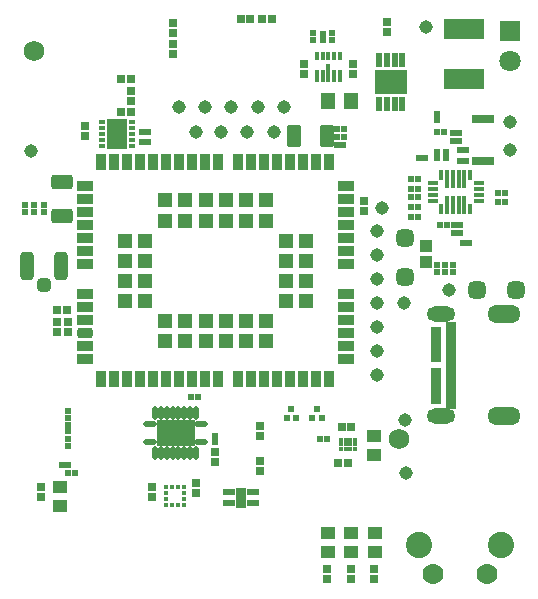
<source format=gts>
G04*
G04 #@! TF.GenerationSoftware,Altium Limited,Altium Designer,20.0.1 (14)*
G04*
G04 Layer_Color=8388736*
%FSLAX44Y44*%
%MOMM*%
G71*
G01*
G75*
%ADD68R,0.7332X0.7532*%
%ADD69R,0.9032X1.3532*%
G04:AMPARAMS|DCode=70|XSize=2.4032mm|YSize=1.1532mm|CornerRadius=0.3391mm|HoleSize=0mm|Usage=FLASHONLY|Rotation=90.000|XOffset=0mm|YOffset=0mm|HoleType=Round|Shape=RoundedRectangle|*
%AMROUNDEDRECTD70*
21,1,2.4032,0.4750,0,0,90.0*
21,1,1.7250,1.1532,0,0,90.0*
1,1,0.6782,0.2375,0.8625*
1,1,0.6782,0.2375,-0.8625*
1,1,0.6782,-0.2375,-0.8625*
1,1,0.6782,-0.2375,0.8625*
%
%ADD70ROUNDEDRECTD70*%
G04:AMPARAMS|DCode=71|XSize=1.1532mm|YSize=1.1532mm|CornerRadius=0.3391mm|HoleSize=0mm|Usage=FLASHONLY|Rotation=0.000|XOffset=0mm|YOffset=0mm|HoleType=Round|Shape=RoundedRectangle|*
%AMROUNDEDRECTD71*
21,1,1.1532,0.4750,0,0,0.0*
21,1,0.4750,1.1532,0,0,0.0*
1,1,0.6782,0.2375,-0.2375*
1,1,0.6782,-0.2375,-0.2375*
1,1,0.6782,-0.2375,0.2375*
1,1,0.6782,0.2375,0.2375*
%
%ADD71ROUNDEDRECTD71*%
%ADD72R,3.4032X1.7032*%
%ADD73R,1.8532X0.7032*%
%ADD74R,0.5032X0.6032*%
%ADD75R,0.6032X0.5032*%
%ADD76R,0.4532X0.9032*%
%ADD77R,0.4532X1.6032*%
%ADD78R,0.9032X0.4532*%
G04:AMPARAMS|DCode=79|XSize=1.4732mm|YSize=1.4732mm|CornerRadius=0.4191mm|HoleSize=0mm|Usage=FLASHONLY|Rotation=270.000|XOffset=0mm|YOffset=0mm|HoleType=Round|Shape=RoundedRectangle|*
%AMROUNDEDRECTD79*
21,1,1.4732,0.6350,0,0,270.0*
21,1,0.6350,1.4732,0,0,270.0*
1,1,0.8382,-0.3175,-0.3175*
1,1,0.8382,-0.3175,0.3175*
1,1,0.8382,0.3175,0.3175*
1,1,0.8382,0.3175,-0.3175*
%
%ADD79ROUNDEDRECTD79*%
G04:AMPARAMS|DCode=80|XSize=1.4732mm|YSize=1.4732mm|CornerRadius=0.4191mm|HoleSize=0mm|Usage=FLASHONLY|Rotation=180.000|XOffset=0mm|YOffset=0mm|HoleType=Round|Shape=RoundedRectangle|*
%AMROUNDEDRECTD80*
21,1,1.4732,0.6350,0,0,180.0*
21,1,0.6350,1.4732,0,0,180.0*
1,1,0.8382,-0.3175,0.3175*
1,1,0.8382,0.3175,0.3175*
1,1,0.8382,0.3175,-0.3175*
1,1,0.8382,-0.3175,-0.3175*
%
%ADD80ROUNDEDRECTD80*%
%ADD81R,1.1032X1.1032*%
%ADD82R,0.9032X1.2032*%
%ADD83R,0.9032X0.5032*%
%ADD84R,1.2032X1.4532*%
%ADD85R,0.4532X1.1032*%
%ADD86R,0.4532X1.5032*%
%ADD87R,0.4532X0.8032*%
G04:AMPARAMS|DCode=88|XSize=1.2632mm|YSize=1.9232mm|CornerRadius=0.3507mm|HoleSize=0mm|Usage=FLASHONLY|Rotation=0.000|XOffset=0mm|YOffset=0mm|HoleType=Round|Shape=RoundedRectangle|*
%AMROUNDEDRECTD88*
21,1,1.2632,1.2218,0,0,0.0*
21,1,0.5618,1.9232,0,0,0.0*
1,1,0.7014,0.2809,-0.6109*
1,1,0.7014,-0.2809,-0.6109*
1,1,0.7014,-0.2809,0.6109*
1,1,0.7014,0.2809,0.6109*
%
%ADD88ROUNDEDRECTD88*%
G04:AMPARAMS|DCode=89|XSize=0.7532mm|YSize=0.7332mm|CornerRadius=0.2341mm|HoleSize=0mm|Usage=FLASHONLY|Rotation=180.000|XOffset=0mm|YOffset=0mm|HoleType=Round|Shape=RoundedRectangle|*
%AMROUNDEDRECTD89*
21,1,0.7532,0.2650,0,0,180.0*
21,1,0.2850,0.7332,0,0,180.0*
1,1,0.4682,-0.1425,0.1325*
1,1,0.4682,0.1425,0.1325*
1,1,0.4682,0.1425,-0.1325*
1,1,0.4682,-0.1425,-0.1325*
%
%ADD89ROUNDEDRECTD89*%
G04:AMPARAMS|DCode=90|XSize=0.7532mm|YSize=0.7332mm|CornerRadius=0.2341mm|HoleSize=0mm|Usage=FLASHONLY|Rotation=270.000|XOffset=0mm|YOffset=0mm|HoleType=Round|Shape=RoundedRectangle|*
%AMROUNDEDRECTD90*
21,1,0.7532,0.2650,0,0,270.0*
21,1,0.2850,0.7332,0,0,270.0*
1,1,0.4682,-0.1325,-0.1425*
1,1,0.4682,-0.1325,0.1425*
1,1,0.4682,0.1325,0.1425*
1,1,0.4682,0.1325,-0.1425*
%
%ADD90ROUNDEDRECTD90*%
%ADD91R,0.6000X0.4000*%
%ADD92R,1.7000X2.5000*%
%ADD93R,0.7332X0.7532*%
%ADD94R,1.3532X0.9032*%
%ADD95R,1.2032X1.2032*%
G04:AMPARAMS|DCode=96|XSize=0.9032mm|YSize=1.3532mm|CornerRadius=0.2766mm|HoleSize=0mm|Usage=FLASHONLY|Rotation=90.000|XOffset=0mm|YOffset=0mm|HoleType=Round|Shape=RoundedRectangle|*
%AMROUNDEDRECTD96*
21,1,0.9032,0.8000,0,0,90.0*
21,1,0.3500,1.3532,0,0,90.0*
1,1,0.5532,0.4000,0.1750*
1,1,0.5532,0.4000,-0.1750*
1,1,0.5532,-0.4000,-0.1750*
1,1,0.5532,-0.4000,0.1750*
%
%ADD96ROUNDEDRECTD96*%
G04:AMPARAMS|DCode=97|XSize=1.2632mm|YSize=1.9232mm|CornerRadius=0.3507mm|HoleSize=0mm|Usage=FLASHONLY|Rotation=270.000|XOffset=0mm|YOffset=0mm|HoleType=Round|Shape=RoundedRectangle|*
%AMROUNDEDRECTD97*
21,1,1.2632,1.2218,0,0,270.0*
21,1,0.5618,1.9232,0,0,270.0*
1,1,0.7014,-0.6109,-0.2809*
1,1,0.7014,-0.6109,0.2809*
1,1,0.7014,0.6109,0.2809*
1,1,0.7014,0.6109,-0.2809*
%
%ADD97ROUNDEDRECTD97*%
G04:AMPARAMS|DCode=98|XSize=1.1032mm|YSize=0.4632mm|CornerRadius=0.1341mm|HoleSize=0mm|Usage=FLASHONLY|Rotation=90.000|XOffset=0mm|YOffset=0mm|HoleType=Round|Shape=RoundedRectangle|*
%AMROUNDEDRECTD98*
21,1,1.1032,0.1950,0,0,90.0*
21,1,0.8350,0.4632,0,0,90.0*
1,1,0.2682,0.0975,0.4175*
1,1,0.2682,0.0975,-0.4175*
1,1,0.2682,-0.0975,-0.4175*
1,1,0.2682,-0.0975,0.4175*
%
%ADD98ROUNDEDRECTD98*%
G04:AMPARAMS|DCode=99|XSize=1.1032mm|YSize=0.4632mm|CornerRadius=0.1341mm|HoleSize=0mm|Usage=FLASHONLY|Rotation=180.000|XOffset=0mm|YOffset=0mm|HoleType=Round|Shape=RoundedRectangle|*
%AMROUNDEDRECTD99*
21,1,1.1032,0.1950,0,0,180.0*
21,1,0.8350,0.4632,0,0,180.0*
1,1,0.2682,-0.4175,0.0975*
1,1,0.2682,0.4175,0.0975*
1,1,0.2682,0.4175,-0.0975*
1,1,0.2682,-0.4175,-0.0975*
%
%ADD99ROUNDEDRECTD99*%
%ADD100R,3.2532X2.2532*%
%ADD101R,1.1532X1.0032*%
%ADD102R,0.9032X1.8032*%
%ADD103R,1.0032X0.6032*%
%ADD104R,2.7032X2.1032*%
%ADD105R,0.5032X1.1532*%
%ADD106R,0.5700X0.6000*%
%ADD107R,0.4700X0.6000*%
%ADD108R,0.7532X0.7332*%
%ADD109C,0.4032*%
%ADD110R,0.3500X0.3750*%
%ADD111R,0.3750X0.3500*%
%ADD112C,1.7272*%
%ADD113C,1.1400*%
%ADD114R,1.8032X1.8032*%
%ADD115C,1.8032*%
%ADD116O,2.8032X1.5032*%
%ADD117O,2.4032X1.3032*%
%ADD118C,2.2292*%
%ADD119C,1.7642*%
D68*
X20320Y81154D02*
D03*
Y89534D02*
D03*
X293370Y323470D02*
D03*
Y331850D02*
D03*
X284734Y439472D02*
D03*
Y447852D02*
D03*
X242545Y439065D02*
D03*
Y447445D02*
D03*
X313436Y482726D02*
D03*
Y474346D02*
D03*
X151384Y84202D02*
D03*
Y92582D02*
D03*
X113792Y89026D02*
D03*
Y80646D02*
D03*
D69*
X159002Y180790D02*
D03*
X170002D02*
D03*
X198002Y364290D02*
D03*
X159002Y364290D02*
D03*
X148002D02*
D03*
X137002D02*
D03*
X126002D02*
D03*
X115002D02*
D03*
X104002D02*
D03*
X82002D02*
D03*
X93002D02*
D03*
X71002D02*
D03*
X187002Y364290D02*
D03*
X209002D02*
D03*
X220002D02*
D03*
X231002D02*
D03*
X242002D02*
D03*
X253002D02*
D03*
X264002D02*
D03*
Y180790D02*
D03*
X253002D02*
D03*
X242002D02*
D03*
X231002D02*
D03*
X220002D02*
D03*
X209002D02*
D03*
X198002D02*
D03*
X187002D02*
D03*
X71002Y180790D02*
D03*
X93002D02*
D03*
X82002D02*
D03*
X104002D02*
D03*
X115002D02*
D03*
X126002D02*
D03*
X137002D02*
D03*
X148002D02*
D03*
X170002Y364290D02*
D03*
D70*
X8610Y276353D02*
D03*
X37110D02*
D03*
D71*
X22860Y260603D02*
D03*
D72*
X377952Y477184D02*
D03*
Y435184D02*
D03*
D73*
X394837Y365813D02*
D03*
X394783Y400759D02*
D03*
D74*
X368692Y389128D02*
D03*
X374192D02*
D03*
X368732Y382359D02*
D03*
X374232D02*
D03*
X374694Y375158D02*
D03*
X380194D02*
D03*
X380194Y365252D02*
D03*
X374694D02*
D03*
X345650Y367792D02*
D03*
X340150D02*
D03*
X361238Y389636D02*
D03*
X355738D02*
D03*
X333546Y350266D02*
D03*
X339046D02*
D03*
X339300Y342138D02*
D03*
X333800D02*
D03*
X333546Y334603D02*
D03*
X339046D02*
D03*
X339246Y326136D02*
D03*
X333746D02*
D03*
X333546Y318008D02*
D03*
X339046D02*
D03*
X407554Y338582D02*
D03*
X413054D02*
D03*
X407554Y330708D02*
D03*
X413054D02*
D03*
X377234Y295656D02*
D03*
X382734D02*
D03*
X358278Y311658D02*
D03*
X363778D02*
D03*
X369708D02*
D03*
X375208D02*
D03*
X369708Y304546D02*
D03*
X375208D02*
D03*
X276308Y378742D02*
D03*
X270808D02*
D03*
X105454Y389890D02*
D03*
X110954D02*
D03*
X105454Y381762D02*
D03*
X110954D02*
D03*
X147618Y165862D02*
D03*
X153118D02*
D03*
X48768Y101600D02*
D03*
X43268D02*
D03*
X37829Y108200D02*
D03*
X43328D02*
D03*
X262218Y130150D02*
D03*
X256718D02*
D03*
X270852Y385854D02*
D03*
X276352D02*
D03*
X270852Y392712D02*
D03*
X276352D02*
D03*
D75*
X362806Y373336D02*
D03*
Y367836D02*
D03*
X355346Y399840D02*
D03*
Y405340D02*
D03*
X355266Y373336D02*
D03*
Y367836D02*
D03*
X355760Y277114D02*
D03*
Y271614D02*
D03*
X362618Y277114D02*
D03*
Y271614D02*
D03*
X369222Y277114D02*
D03*
Y271614D02*
D03*
X266598Y473419D02*
D03*
Y467919D02*
D03*
X258572Y467719D02*
D03*
Y473219D02*
D03*
X250546Y473419D02*
D03*
Y467919D02*
D03*
X6350Y322304D02*
D03*
Y327804D02*
D03*
X14478D02*
D03*
Y322304D02*
D03*
X167386Y127298D02*
D03*
Y132798D02*
D03*
X43180Y153372D02*
D03*
Y147872D02*
D03*
X42934Y141942D02*
D03*
Y136442D02*
D03*
Y129750D02*
D03*
Y124250D02*
D03*
X22606Y327804D02*
D03*
Y322304D02*
D03*
D76*
X358708Y324686D02*
D03*
X383708D02*
D03*
Y353686D02*
D03*
X358708D02*
D03*
D77*
X363708Y328186D02*
D03*
X368708D02*
D03*
X373708D02*
D03*
X378708D02*
D03*
Y350186D02*
D03*
X373708D02*
D03*
X368708D02*
D03*
X363708D02*
D03*
D78*
X390708Y331686D02*
D03*
Y336686D02*
D03*
Y341686D02*
D03*
Y346686D02*
D03*
X351708D02*
D03*
Y341686D02*
D03*
Y336686D02*
D03*
Y331686D02*
D03*
D79*
X328422Y299974D02*
D03*
Y266954D02*
D03*
D80*
X422148Y256540D02*
D03*
X389128D02*
D03*
D81*
X346202Y279766D02*
D03*
Y293766D02*
D03*
D82*
X367370Y161532D02*
D03*
Y223532D02*
D03*
D83*
Y170032D02*
D03*
Y175032D02*
D03*
Y180032D02*
D03*
Y185032D02*
D03*
Y190032D02*
D03*
Y195032D02*
D03*
Y200032D02*
D03*
Y205032D02*
D03*
Y210032D02*
D03*
Y215032D02*
D03*
X354370Y222532D02*
D03*
Y217532D02*
D03*
Y212532D02*
D03*
Y207532D02*
D03*
Y202532D02*
D03*
Y197532D02*
D03*
Y187532D02*
D03*
Y182532D02*
D03*
Y177532D02*
D03*
Y172532D02*
D03*
Y167532D02*
D03*
Y162532D02*
D03*
D84*
X282999Y416003D02*
D03*
X262999D02*
D03*
D85*
X273627Y437693D02*
D03*
X268627D02*
D03*
X258627D02*
D03*
X253627D02*
D03*
D86*
X263627Y439693D02*
D03*
D87*
X253627Y454193D02*
D03*
X258627D02*
D03*
X263627D02*
D03*
X268627D02*
D03*
X273627D02*
D03*
D88*
X262528Y386654D02*
D03*
X234028D02*
D03*
D89*
X207232Y485460D02*
D03*
X215612D02*
D03*
X189198D02*
D03*
X197578D02*
D03*
X96486Y434914D02*
D03*
X88106D02*
D03*
X96486Y406720D02*
D03*
X88106D02*
D03*
X42526Y239014D02*
D03*
X34146D02*
D03*
D90*
X132174Y474158D02*
D03*
Y482538D02*
D03*
Y456124D02*
D03*
Y464504D02*
D03*
X96614Y416500D02*
D03*
Y424880D02*
D03*
X43020Y229046D02*
D03*
Y220666D02*
D03*
X34036Y220600D02*
D03*
Y228980D02*
D03*
D91*
X96868Y377828D02*
D03*
Y383328D02*
D03*
Y388328D02*
D03*
Y393328D02*
D03*
Y398828D02*
D03*
X71868D02*
D03*
Y393328D02*
D03*
Y388328D02*
D03*
Y383328D02*
D03*
Y377828D02*
D03*
D92*
X84368Y388328D02*
D03*
D93*
X57658Y394842D02*
D03*
Y386462D02*
D03*
X167640Y110872D02*
D03*
Y119252D02*
D03*
X205486Y102744D02*
D03*
Y111124D02*
D03*
X302514Y11304D02*
D03*
Y19684D02*
D03*
X282575Y11304D02*
D03*
Y19684D02*
D03*
X262636Y11304D02*
D03*
Y19684D02*
D03*
X205386Y132462D02*
D03*
Y140842D02*
D03*
D94*
X278252Y278040D02*
D03*
Y289040D02*
D03*
Y300040D02*
D03*
Y311040D02*
D03*
Y322040D02*
D03*
Y333040D02*
D03*
Y344040D02*
D03*
Y253040D02*
D03*
Y242040D02*
D03*
Y231040D02*
D03*
Y220040D02*
D03*
Y209040D02*
D03*
Y198040D02*
D03*
X57752D02*
D03*
Y209040D02*
D03*
Y231040D02*
D03*
Y242040D02*
D03*
Y253040D02*
D03*
Y344040D02*
D03*
Y333040D02*
D03*
Y322040D02*
D03*
Y311040D02*
D03*
Y300040D02*
D03*
Y289040D02*
D03*
Y278040D02*
D03*
D95*
X91502Y298040D02*
D03*
Y247040D02*
D03*
Y264040D02*
D03*
Y281040D02*
D03*
X108502D02*
D03*
Y264040D02*
D03*
Y247040D02*
D03*
Y298040D02*
D03*
X244502Y247040D02*
D03*
Y264040D02*
D03*
Y281040D02*
D03*
Y298040D02*
D03*
X227502D02*
D03*
Y247040D02*
D03*
Y264040D02*
D03*
Y281040D02*
D03*
X210502Y332040D02*
D03*
X193502D02*
D03*
X176502D02*
D03*
X159502D02*
D03*
X142502D02*
D03*
X125502D02*
D03*
Y315040D02*
D03*
X142502D02*
D03*
X159502D02*
D03*
X210502D02*
D03*
X193502D02*
D03*
X142502Y213040D02*
D03*
X125502D02*
D03*
X159502Y213040D02*
D03*
X176502D02*
D03*
X193502D02*
D03*
X210502D02*
D03*
Y230040D02*
D03*
X193502D02*
D03*
X125502D02*
D03*
X142502D02*
D03*
X159502D02*
D03*
X176502D02*
D03*
Y315040D02*
D03*
D96*
X57752Y220040D02*
D03*
D97*
X37846Y319024D02*
D03*
Y347524D02*
D03*
D98*
X151612Y118024D02*
D03*
X116612Y151724D02*
D03*
Y118024D02*
D03*
X121612D02*
D03*
X126612D02*
D03*
X131612D02*
D03*
X136612D02*
D03*
X141612D02*
D03*
X146612D02*
D03*
X151612Y151724D02*
D03*
X146612D02*
D03*
X141612D02*
D03*
X136612D02*
D03*
X131612D02*
D03*
X126612D02*
D03*
X121612D02*
D03*
D99*
X155962Y127374D02*
D03*
X112262Y142374D02*
D03*
Y127374D02*
D03*
X155962Y142374D02*
D03*
D100*
X134112Y134874D02*
D03*
D101*
X36066Y73026D02*
D03*
Y89026D02*
D03*
X301750Y132650D02*
D03*
Y116650D02*
D03*
X302608Y34544D02*
D03*
Y50544D02*
D03*
X282749Y34544D02*
D03*
Y50544D02*
D03*
X262890Y34544D02*
D03*
Y50544D02*
D03*
D102*
X189738Y80518D02*
D03*
D103*
X179738Y75518D02*
D03*
Y85518D02*
D03*
X199738D02*
D03*
Y75518D02*
D03*
D104*
X316484Y432308D02*
D03*
D105*
X326234Y413308D02*
D03*
X319734D02*
D03*
X313234D02*
D03*
X306734D02*
D03*
Y451308D02*
D03*
X313234D02*
D03*
X319734D02*
D03*
X326234D02*
D03*
D106*
X254000Y155574D02*
D03*
X232156D02*
D03*
D107*
X250000Y147574D02*
D03*
X258000D02*
D03*
X228156D02*
D03*
X236156D02*
D03*
D108*
X283082Y140462D02*
D03*
X274702D02*
D03*
X280288Y109918D02*
D03*
X271908D02*
D03*
D109*
X274130Y121476D02*
D03*
Y125476D02*
D03*
Y129476D02*
D03*
X278130Y121476D02*
D03*
Y125476D02*
D03*
Y129476D02*
D03*
X282130Y121476D02*
D03*
Y125476D02*
D03*
Y129476D02*
D03*
X286130Y121476D02*
D03*
Y125476D02*
D03*
Y129476D02*
D03*
D110*
X136353Y74248D02*
D03*
X131353D02*
D03*
X131353Y89248D02*
D03*
X136353D02*
D03*
D111*
X126228Y74248D02*
D03*
Y79248D02*
D03*
Y84248D02*
D03*
Y89248D02*
D03*
X141478Y74248D02*
D03*
Y89248D02*
D03*
Y84248D02*
D03*
Y79248D02*
D03*
D112*
X323088Y130302D02*
D03*
X14224Y458978D02*
D03*
D113*
X417068Y398272D02*
D03*
Y374396D02*
D03*
X329184Y101600D02*
D03*
X346202Y478790D02*
D03*
X308610Y325882D02*
D03*
X304298Y305925D02*
D03*
X327660Y244856D02*
D03*
X365506Y256032D02*
D03*
X304298Y184658D02*
D03*
Y204869D02*
D03*
Y225080D02*
D03*
Y245291D02*
D03*
X328168Y146050D02*
D03*
X304298Y285714D02*
D03*
X151130Y390210D02*
D03*
X203899Y411038D02*
D03*
X181483D02*
D03*
X159067D02*
D03*
X136652D02*
D03*
X304298Y265176D02*
D03*
X11684Y373700D02*
D03*
X217678Y389956D02*
D03*
X226314Y411038D02*
D03*
X194818Y390210D02*
D03*
X172974D02*
D03*
D114*
X417322Y475742D02*
D03*
D115*
Y450342D02*
D03*
D116*
X412070Y235732D02*
D03*
Y149332D02*
D03*
D117*
X358470Y235732D02*
D03*
Y149332D02*
D03*
D118*
X410062Y40390D02*
D03*
X339962D02*
D03*
D119*
X397512Y15490D02*
D03*
X352512D02*
D03*
M02*

</source>
